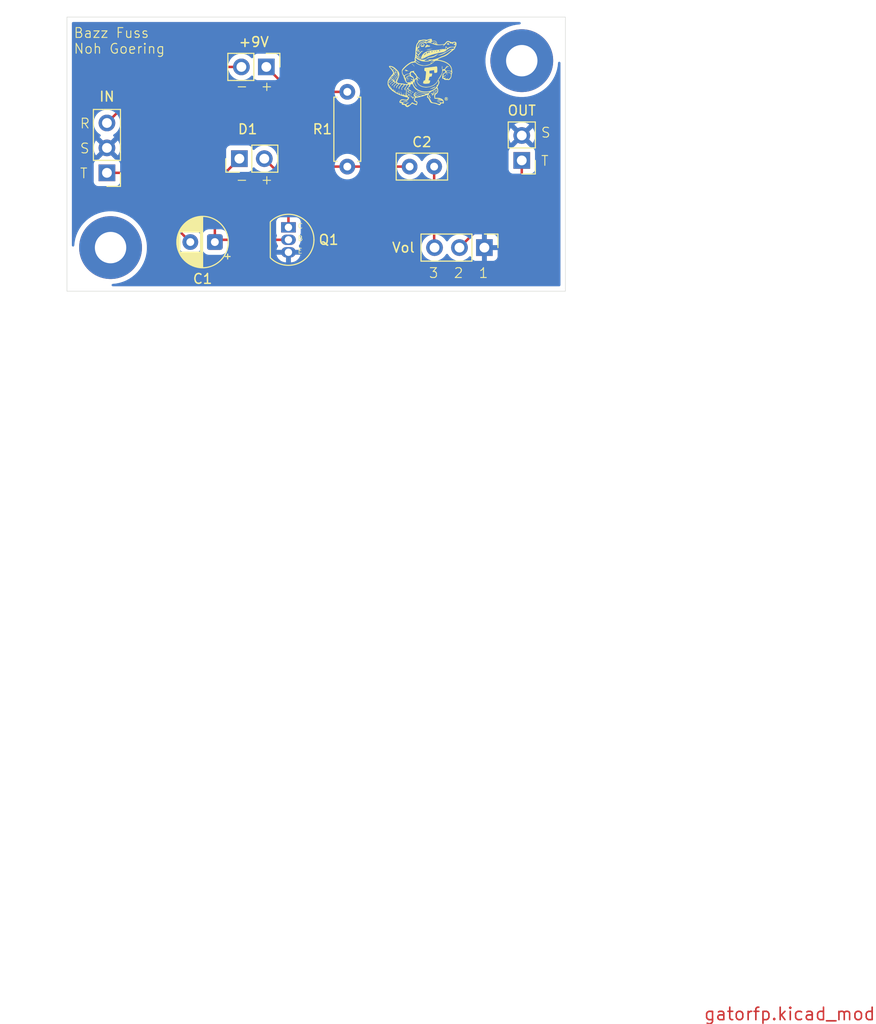
<source format=kicad_pcb>
(kicad_pcb (version 20241229) (generator "pcbnew") (generator_version "9.0")
  (title_block (title "Bazz Fuss Pedal") (date "2025-12-29") (rev "1.0"))
  (layers (0 "F.Cu" signal) (2 "B.Cu" signal) (13 "F.Paste" user) (15 "B.Paste" user) (5 "F.SilkS" user "F.Silkscreen") (7 "B.SilkS" user "B.Silkscreen") (1 "F.Mask" user) (3 "B.Mask" user) (25 "Edge.Cuts" user))
  (net 0 "")
  (net 1 "/Ring")
  (net 2 "/+9V")
  (net 3 "Net-(D1-K)")
  (net 4 "/V_in")
  (net 5 "Net-(C2-Pad2)")
  (net 6 "Net-(D1-A)")
  (net 7 "GND")
  (net 8 "/V_out")
  (footprint "Capacitor_THT:CP_Radial_D5.0mm_P2.50mm" (layer "F.Cu") (at 116.675 73.73 180)
    (property "Reference" "C1" (at 1.25 -3.75 0) (layer "F.SilkS"))
    (property "Value" "4.7u")
    (pad "1" thru_hole roundrect (at 0 0 180) (size 1.6 1.6) (drill 0.8) (layers "*.Cu" "*.Mask") (roundrect_rratio 0.15625) (net 3 "Net-(D1-K)"))
    (pad "2" thru_hole circle (at 2.5 0 180) (size 1.6 1.6) (drill 0.8) (layers "*.Cu" "*.Mask") (net 4 "/V_in"))
  )
  (footprint "Connector_PinHeader_2.54mm:PinHeader_1x02_P2.54mm_Vertical" (layer "F.Cu") (at 147.955 65.41 180)
    (property "Reference" "OUT" (at 0 5.085 0) (layer "F.SilkS"))
    (property "Value" "Conn_01x02_Pin")
    (pad "1" thru_hole rect (at 0 0 180) (size 1.7 1.7) (drill 1) (layers "*.Cu" "*.Mask") (net 8 "/V_out"))
    (pad "2" thru_hole circle (at 0 2.54 180) (size 1.7 1.7) (drill 1) (layers "*.Cu" "*.Mask") (net 7 "GND"))
  )
  (footprint "Connector_PinHeader_2.54mm:PinHeader_1x03_P2.54mm_Vertical" (layer "F.Cu") (at 105.675 66.675 180)
    (property "Reference" "IN" (at 0 7.77 0) (layer "F.SilkS"))
    (property "Value" "Conn_01x03_Pin")
    (pad "1" thru_hole rect (at 0 0 180) (size 1.7 1.7) (drill 1) (layers "*.Cu" "*.Mask") (net 4 "/V_in"))
    (pad "2" thru_hole circle (at 0 2.54 180) (size 1.7 1.7) (drill 1) (layers "*.Cu" "*.Mask") (net 7 "GND"))
    (pad "3" thru_hole circle (at 0 5.08 180) (size 1.7 1.7) (drill 1) (layers "*.Cu" "*.Mask") (net 1 "/Ring"))
  )
  (footprint "MountingHole:MountingHole_3.2mm_M3_Pad" (layer "F.Cu") (at 147.955 55.245)
    (property "Reference" "REF**" (hide yes))
    (property "Value" "MountingHole_3.2mm_M3_Pad")
    (pad "1" thru_hole circle (at 0 0) (size 6.4 6.4) (drill 3.2) (layers "*.Cu" "*.Mask"))
  )
  (footprint "Package_TO_SOT_THT:TO-92_Inline" (layer "F.Cu") (at 124.175 72.23 -90)
    (property "Reference" "Q1" (at 1.27 -4.095 180) (layer "F.SilkS"))
    (property "Value" "NPN")
    (pad "1" thru_hole rect (at 0 0 270) (size 1.05 1.5) (drill 0.75) (layers "*.Cu" "*.Mask") (net 6 "Net-(D1-A)"))
    (pad "2" thru_hole oval (at 1.27 0 270) (size 1.05 1.5) (drill 0.75) (layers "*.Cu" "*.Mask") (net 3 "Net-(D1-K)"))
    (pad "3" thru_hole oval (at 2.54 0 270) (size 1.05 1.5) (drill 0.75) (layers "*.Cu" "*.Mask") (net 7 "GND"))
  )
  (footprint "LOGO" (layer "F.Cu") (at 137.795 56.515)
    (property "Reference" "G***" (hide yes))
    (property "Value" "LOGO" (hide yes))
  )
  (footprint "Connector_PinHeader_2.54mm:PinHeader_1x02_P2.54mm_Vertical" (layer "F.Cu") (at 119.175 65.23 90)
    (property "Reference" "D1" (at 3 0.84 180) (layer "F.SilkS"))
    (property "Value" "D")
    (pad "1" thru_hole rect (at 0 0 90) (size 1.7 1.7) (drill 1) (layers "*.Cu" "*.Mask") (net 3 "Net-(D1-K)"))
    (pad "2" thru_hole circle (at 0 2.54 90) (size 1.7 1.7) (drill 1) (layers "*.Cu" "*.Mask") (net 6 "Net-(D1-A)"))
  )
  (footprint "Connector_PinHeader_2.54mm:PinHeader_1x03_P2.54mm_Vertical" (layer "F.Cu") (at 144.145 74.295 -90)
    (property "Reference" "Vol" (at 0 8.255 180) (layer "F.SilkS"))
    (property "Value" "100k")
    (pad "1" thru_hole rect (at 0 0 270) (size 1.7 1.7) (drill 1) (layers "*.Cu" "*.Mask") (net 7 "GND"))
    (pad "2" thru_hole circle (at 0 2.54 270) (size 1.7 1.7) (drill 1) (layers "*.Cu" "*.Mask") (net 8 "/V_out"))
    (pad "3" thru_hole circle (at 0 5.08 270) (size 1.7 1.7) (drill 1) (layers "*.Cu" "*.Mask") (net 5 "Net-(C2-Pad2)"))
  )
  (footprint "Connector_PinHeader_2.54mm:PinHeader_1x02_P2.54mm_Vertical" (layer "F.Cu") (at 121.92 55.88 -90)
    (property "Reference" "+9V" (at -2.54 1.27 180) (layer "F.SilkS"))
    (property "Value" "Conn_01x02_Pin")
    (pad "1" thru_hole rect (at 0 0 270) (size 1.7 1.7) (drill 1) (layers "*.Cu" "*.Mask") (net 2 "/+9V"))
    (pad "2" thru_hole circle (at 0 2.54 270) (size 1.7 1.7) (drill 1) (layers "*.Cu" "*.Mask") (net 1 "/Ring"))
  )
  (footprint "MountingHole:MountingHole_3.2mm_M3_Pad" (layer "F.Cu") (at 106.045 74.295)
    (property "Reference" "REF**" (hide yes))
    (property "Value" "MountingHole_3.2mm_M3_Pad")
    (pad "1" thru_hole circle (at 0 0) (size 6.4 6.4) (drill 3.2) (layers "*.Cu" "*.Mask"))
  )
  (footprint "Capacitor_THT:C_Disc_D5.0mm_W2.5mm_P2.50mm" (layer "F.Cu") (at 136.525 66.04)
    (property "Reference" "C2" (at 1.25 -2.5 0) (layer "F.SilkS"))
    (property "Value" "0.1u")
    (pad "1" thru_hole circle (at 0 0) (size 1.6 1.6) (drill 0.8) (layers "*.Cu" "*.Mask") (net 6 "Net-(D1-A)"))
    (pad "2" thru_hole circle (at 2.5 0) (size 1.6 1.6) (drill 0.8) (layers "*.Cu" "*.Mask") (net 5 "Net-(C2-Pad2)"))
  )
  (footprint "Resistor_THT:R_Axial_DIN0207_L6.3mm_D2.5mm_P7.62mm_Horizontal" (layer "F.Cu") (at 130.175 66.04 90)
    (property "Reference" "R1" (at 3.81 -2.54 180) (layer "F.SilkS"))
    (property "Value" "100k")
    (pad "1" thru_hole circle (at 0 0 90) (size 1.6 1.6) (drill 0.8) (layers "*.Cu" "*.Mask") (net 6 "Net-(D1-A)"))
    (pad "2" thru_hole circle (at 7.62 0 90) (size 1.6 1.6) (drill 0.8) (layers "*.Cu" "*.Mask") (net 2 "/+9V"))
  )
  (gr_rect (start 101.6 50.8) (end 152.4 78.74) (stroke (width 0.05)) (fill no) (layer "Edge.Cuts"))
  (gr_text "gatorfp.kicad_mod" (at 175.26 152.4 0) (layer "F.Cu") (effects (font (size 1.27 1.27))))
  (gr_text "C" (at 125.095 72.39 0) (layer "F.SilkS") (effects (font (size 0.508 0.508) (thickness 0.0635)) (justify left bottom)))
  (gr_text "S" (at 102.87 64.77 0) (layer "F.SilkS") (effects (font (size 1 1) (thickness 0.1)) (justify left bottom)))
  (gr_text "1" (at 143.51 77.47 0) (layer "F.SilkS") (effects (font (size 1 1) (thickness 0.1)) (justify left bottom)))
  (gr_text "E" (at 125.095 74.93 0) (layer "F.SilkS") (effects (font (size 0.508 0.508) (thickness 0.0635)) (justify left bottom)))
  (gr_text "+" (at 121.285 67.945 0) (layer "F.SilkS") (effects (font (size 1 1) (thickness 0.1)) (justify left bottom)))
  (gr_text "-" (at 118.745 67.945 0) (layer "F.SilkS") (effects (font (size 1 1) (thickness 0.1)) (justify left bottom)))
  (gr_text "+" (at 121.285 58.42 0) (layer "F.SilkS") (effects (font (size 1 1) (thickness 0.1)) (justify left bottom)))
  (gr_text "3" (at 138.43 77.47 0) (layer "F.SilkS") (effects (font (size 1 1) (thickness 0.1)) (justify left bottom)))
  (gr_text "B" (at 125.095 73.66 0) (layer "F.SilkS") (effects (font (size 0.508 0.508) (thickness 0.0635)) (justify left bottom)))
  (gr_text "-\n" (at 118.745 58.42 0) (layer "F.SilkS") (effects (font (size 1 1) (thickness 0.1)) (justify left bottom)))
  (gr_text "Bazz Fuss\nNoh Goering" (at 102.235 54.61 0) (layer "F.SilkS") (effects (font (size 1 1) (thickness 0.1)) (justify left bottom)))
  (gr_text "2" (at 140.97 77.47 0) (layer "F.SilkS") (effects (font (size 1 1) (thickness 0.1)) (justify left bottom)))
  (gr_text "S\n\n" (at 149.86 64.77 0) (layer "F.SilkS") (effects (font (size 1 1) (thickness 0.1)) (justify left bottom)))
  (gr_text "R" (at 102.87 62.23 0) (layer "F.SilkS") (effects (font (size 1 1) (thickness 0.1)) (justify left bottom)))
  (gr_text "T" (at 149.86 66.04 0) (layer "F.SilkS") (effects (font (size 1 1) (thickness 0.1)) (justify left bottom)))
  (gr_text "T" (at 102.87 67.31 0) (layer "F.SilkS") (effects (font (size 1 1) (thickness 0.1)) (justify left bottom)))
  (segment (start 105.675 61.595) (end 111.39 55.88) (width 0.25) (layer "F.Cu") (net 1))
  (segment (start 111.39 55.88) (end 119.38 55.88) (width 0.25) (layer "F.Cu") (net 1))
  (segment (start 124.46 58.42) (end 121.92 55.88) (width 0.25) (layer "F.Cu") (net 2))
  (segment (start 130.175 58.42) (end 124.46 58.42) (width 0.25) (layer "F.Cu") (net 2))
  (segment (start 124.175 73.5) (end 116.905 73.5) (width 0.25) (layer "F.Cu") (net 3))
  (segment (start 116.905 73.5) (end 116.675 73.73) (width 0.25) (layer "F.Cu") (net 3))
  (segment (start 116.675 73.73) (end 116.675 67.73) (width 0.25) (layer "F.Cu") (net 3))
  (segment (start 116.675 67.73) (end 119.175 65.23) (width 0.25) (layer "F.Cu") (net 3))
  (segment (start 105.675 66.675) (end 107.12 66.675) (width 0.25) (layer "F.Cu") (net 4))
  (segment (start 114.095 73.81) (end 114.175 73.73) (width 0.25) (layer "F.Cu") (net 4))
  (segment (start 107.12 66.675) (end 114.175 73.73) (width 0.25) (layer "F.Cu") (net 4))
  (segment (start 139.025 74.255) (end 139.065 74.295) (width 0.25) (layer "F.Cu") (net 5))
  (segment (start 139.025 66.04) (end 139.025 74.255) (width 0.25) (layer "F.Cu") (net 5))
  (segment (start 124.175 67.69) (end 124.175 72.23) (width 0.25) (layer "F.Cu") (net 6))
  (segment (start 130.175 66.04) (end 136.525 66.04) (width 0.25) (layer "F.Cu") (net 6))
  (segment (start 124.1275 67.6425) (end 124.175 67.69) (width 0.25) (layer "F.Cu") (net 6))
  (segment (start 124.1275 67.6425) (end 125.73 66.04) (width 0.25) (layer "F.Cu") (net 6))
  (segment (start 125.73 66.04) (end 130.175 66.04) (width 0.25) (layer "F.Cu") (net 6))
  (segment (start 121.715 65.23) (end 124.1275 67.6425) (width 0.25) (layer "F.Cu") (net 6))
  (segment (start 141.605 74.295) (end 147.955 67.945) (width 0.25) (layer "F.Cu") (net 8))
  (segment (start 147.955 67.945) (end 147.955 65.41) (width 0.25) (layer "F.Cu") (net 8))
  (zone (net 7) (net_name "GND") (layer "B.Cu") (connect_pads (clearance 0.5)) (min_thickness 0.25) (fill yes (thermal_gap 0.5) (thermal_bridge_width 0.5))
    (polygon (pts (xy 154.94 49.06) (xy 154.94 79.06) (xy 99.94 79.06) (xy 99.94 49.06) (xy 143.84 49.06)))
  )
)
</source>
